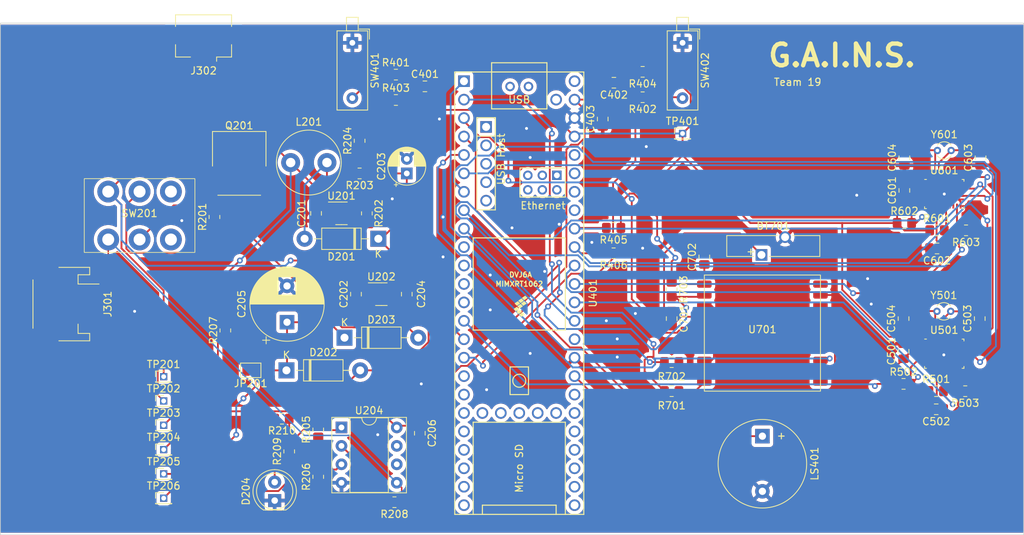
<source format=kicad_pcb>
(kicad_pcb (version 20221018) (generator pcbnew)
  (title_block (title "GAINS PCB Layout") (date "2024-03-03") (rev "1") (company "Team 19"))
  (layers (0 "F.Cu" signal) (31 "B.Cu" signal) (34 "B.Paste" user) (35 "F.Paste" user) (36 "B.SilkS" user "B.Silkscreen") (37 "F.SilkS" user "F.Silkscreen") (38 "B.Mask" user) (39 "F.Mask" user) (44 "Edge.Cuts" user))
  (net 0 "")
  (net 1 "Net-(BT701-+)")
  (net 2 "GND")
  (net 3 "Net-(Q201-D)")
  (net 4 "/Connectors/BAT+")
  (net 5 "Net-(D201-K)")
  (net 6 "/Connectors/VUSB")
  (net 7 "Net-(D202-K)")
  (net 8 "/Power/+5V")
  (net 9 "/Teensy/CAL")
  (net 10 "/Teensy/UPLOAD")
  (net 11 "/GPS/+3V3")
  (net 12 "Net-(U501-CAP)")
  (net 13 "Net-(U501-XOUT32)")
  (net 14 "Net-(U501-XIN32)")
  (net 15 "Net-(U601-CAP)")
  (net 16 "Net-(U601-XOUT32)")
  (net 17 "Net-(U601-XIN32)")
  (net 18 "Net-(D201-A)")
  (net 19 "Net-(D203-A)")
  (net 20 "Net-(D204-A)")
  (net 21 "/Connectors/BAT-")
  (net 25 "/Teensy/SPKR")
  (net 26 "Net-(Q201-G)")
  (net 27 "Net-(Q201-S)")
  (net 28 "Net-(U201-SHDN)")
  (net 29 "Net-(U201-FB)")
  (net 30 "Net-(R209-Pad2)")
  (net 31 "Net-(R401-Pad1)")
  (net 32 "Net-(R402-Pad1)")
  (net 33 "/IMU0/SCL")
  (net 34 "/IMU0/SDA")
  (net 35 "/IMU0/NRESET")
  (net 36 "/IMU0/BOOT_LOAD")
  (net 37 "/IMU0/INT")
  (net 38 "/IMU1/NRESET")
  (net 39 "/IMU1/BOOT_LOAD")
  (net 40 "/IMU1/INT")
  (net 41 "/GPS/RX")
  (net 42 "/GPS/TX")
  (net 43 "/GPS/NRESET")
  (net 48 "/GPS/3DFIX")
  (net 49 "/GPS/1PPS")
  (net 50 "/IMU1/ADDR")
  (net 51 "/IMU0/ADDR")
  (net 90 "Net-(U701-RX)")
  (net 91 "Net-(U701-TX)")
  (net 99 "Net-(U204A-+)")
  (net 100 "Net-(U204A--)")
  (net 101 "Net-(U204B--)")
  (footprint "Resistor_SMD:R_0805_2012Metric_Pad1.20x1.40mm_HandSolder" (layer "F.Cu") (at 127 69.08)
    (fp_text reference "R401")
    (fp_text value "1k")
  )
  (footprint "Package_LGA:LGA-28_5.2x3.8mm_P0.5mm" (layer "F.Cu") (at 202.5625 85.5375)
    (fp_text reference "U601")
    (fp_text value "BNO055")
  )
  (footprint "Capacitor_SMD:C_0805_2012Metric_Pad1.18x1.45mm_HandSolder" (layer "F.Cu") (at 207.5625 80.5375 90)
    (fp_text reference "C603")
    (fp_text value "22p")
  )
  (footprint "Resistor_SMD:R_0805_2012Metric_Pad1.20x1.40mm_HandSolder" (layer "F.Cu") (at 122 82.7 180)
    (fp_text reference "R203")
    (fp_text value "95.3k")
  )
  (footprint "Resistor_SMD:R_0805_2012Metric_Pad1.20x1.40mm_HandSolder" (layer "F.Cu") (at 116.3 124.5 90)
    (fp_text reference "R206")
    (fp_text value "160k")
  )
  (footprint "Capacitor_SMD:C_0805_2012Metric_Pad1.18x1.45mm_HandSolder" (layer "F.Cu") (at 121.5 99.332323 90)
    (fp_text reference "C202")
    (fp_text value "1u")
  )
  (footprint "Capacitor_SMD:C_0805_2012Metric_Pad1.18x1.45mm_HandSolder" (layer "F.Cu") (at 130.3 118.5 -90)
    (fp_text reference "C206")
    (fp_text value "0.1u")
  )
  (footprint "Diode_THT:D_DO-41_SOD81_P10.16mm_Horizontal" (layer "F.Cu") (at 111.92 109.832323)
    (fp_text reference "D202")
    (fp_text value "D_Schottky")
  )
  (footprint "Capacitor_SMD:C_0805_2012Metric_Pad1.18x1.45mm_HandSolder" (layer "F.Cu") (at 201.45 115.2 180)
    (fp_text reference "C502")
    (fp_text value "0.1u")
  )
  (footprint "Resistor_SMD:R_0805_2012Metric_Pad1.20x1.40mm_HandSolder" (layer "F.Cu") (at 165 108.7 180)
    (fp_text reference "R702")
    (fp_text value "470")
  )
  (footprint "Connector_JST:JST_PH_S3B-PH-SM4-TB_1x03-1MP_P2.00mm_Horizontal" (layer "F.Cu") (at 81.5 100.7 -90)
    (fp_text reference "J301")
    (fp_text value "Conn_01x02")
  )
  (footprint "Resistor_SMD:R_0805_2012Metric_Pad1.20x1.40mm_HandSolder" (layer "F.Cu") (at 103.5 104.332323 90)
    (fp_text reference "R207")
    (fp_text value "10k")
  )
  (footprint "Package_TO_SOT_SMD:SOT-23-5" (layer "F.Cu") (at 125 99.332323)
    (fp_text reference "U202")
    (fp_text value "MCP73811T")
  )
  (footprint "Resistor_SMD:R_0805_2012Metric_Pad1.20x1.40mm_HandSolder" (layer "F.Cu") (at 161 68.7 180)
    (fp_text reference "R404")
    (fp_text value "10k")
  )
  (footprint "GAINS_FOOTPRINTS:PA1616S" (layer "F.Cu") (at 177.5 104.7)
    (fp_text reference "U701")
    (fp_text value "PA1616S")
  )
  (footprint "LED_THT:LED_D5.0mm" (layer "F.Cu") (at 110.3 127.775 90)
    (fp_text reference "D204")
    (fp_text value "LED")
  )
  (footprint "Resistor_SMD:R_0805_2012Metric_Pad1.20x1.40mm_HandSolder" (layer "F.Cu") (at 165 98.7 -90)
    (fp_text reference "R703")
    (fp_text value "10k")
  )
  (footprint "Diode_THT:D_DO-41_SOD81_P10.16mm_Horizontal" (layer "F.Cu") (at 119.92 105.332323)
    (fp_text reference "D203")
    (fp_text value "D_Schottky")
  )
  (footprint "Package_TO_SOT_SMD:TSOT-23-5" (layer "F.Cu") (at 119.5 88.2)
    (fp_text reference "U201")
    (fp_text value "LTC3426")
  )
  (footprint "Resistor_SMD:R_0805_2012Metric_Pad1.20x1.40mm_HandSolder" (layer "F.Cu") (at 196.95 111.7)
    (fp_text reference "R502")
    (fp_text value "10k")
  )
  (footprint "Capacitor_SMD:C_0805_2012Metric_Pad1.18x1.45mm_HandSolder" (layer "F.Cu") (at 197.0625 85.0375 90)
    (fp_text reference "C601")
    (fp_text value "0.1u")
  )
  (footprint "Jumper:SolderJumper-2_P1.3mm_Open_Pad1.0x1.5mm" (layer "F.Cu") (at 107 109.832323 180)
    (fp_text reference "JP201")
    (fp_text value "Jumper_2_Bridged")
  )
  (footprint "Package_DIP:DIP-8_W7.62mm_Socket" (layer "F.Cu") (at 119.5 117.7)
    (fp_text reference "U204")
    (fp_text value "MCP602")
  )
  (footprint "Transistor_Power:GaN_Systems_GaNPX-4_7x8.4mm" (layer "F.Cu") (at 105.4125 81.3125)
    (fp_text reference "Q201")
    (fp_text value "PMOS")
  )
  (footprint "Connector_PinHeader_1.27mm:PinHeader_1x01_P1.27mm_Vertical" (layer "F.Cu") (at 95 124.1)
    (fp_text reference "TP205")
    (fp_text value "TestPoint")
  )
  (footprint "Capacitor_SMD:C_0805_2012Metric_Pad1.18x1.45mm_HandSolder" (layer "F.Cu") (at 196.95 107.2 90)
    (fp_text reference "C501")
    (fp_text value "0.1u")
  )
  (footprint "Crystal:Crystal_DS26_D2.0mm_L6.0mm_Vertical" (layer "F.Cu") (at 201.6125 79.5375)
    (fp_text reference "Y601")
    (fp_text value "Crystal")
  )
  (footprint "Capacitor_SMD:C_0805_2012Metric_Pad1.18x1.45mm_HandSolder" (layer "F.Cu") (at 157.0375 70.2 180)
    (fp_text reference "C402")
    (fp_text value "0.1u")
  )
  (footprint "Resistor_SMD:R_0805_2012Metric_Pad1.20x1.40mm_HandSolder" (layer "F.Cu") (at 127 72.58)
    (fp_text reference "R403")
    (fp_text value "10k")
  )
  (footprint "Connector_PinHeader_1.27mm:PinHeader_1x01_P1.27mm_Vertical" (layer "F.Cu") (at 95 117.4)
    (fp_text reference "TP203")
    (fp_text value "TestPoint")
  )
  (footprint "Resistor_SMD:R_0805_2012Metric_Pad1.20x1.40mm_HandSolder" (layer "F.Cu") (at 201.45 112.7)
    (fp_text reference "R501")
    (fp_text value "10k")
  )
  (footprint "Resistor_SMD:R_0805_2012Metric_Pad1.20x1.40mm_HandSolder" (layer "F.Cu") (at 205.5625 90.5375 180)
    (fp_text reference "R603")
    (fp_text value "10k")
  )
  (footprint "Connector_PinHeader_1.27mm:PinHeader_1x01_P1.27mm_Vertical" (layer "F.Cu") (at 95 114.05)
    (fp_text reference "TP202")
    (fp_text value "TestPoint")
  )
  (footprint "Capacitor_SMD:C_0805_2012Metric_Pad1.18x1.45mm_HandSolder" (layer "F.Cu") (at 196.95 102.7 90)
    (fp_text reference "C504")
    (fp_text value "22p")
  )
  (footprint "GAINS_FOOTPRINTS:Teensy41" (layer "F.Cu") (at 144 99.2 -90)
    (fp_text reference "U401")
    (fp_text value "Teensy_4.1")
  )
  (footprint "Capacitor_SMD:C_0805_2012Metric_Pad1.18x1.45mm_HandSolder" (layer "F.Cu") (at 169.5 94.2 90)
    (fp_text reference "C702")
    (fp_text value "0.1u")
  )
  (footprint "Capacitor_THT:CP_Radial_D10.0mm_P5.00mm" (layer "F.Cu") (at 112 103.2 90)
    (fp_text reference "C205")
    (fp_text value "100u")
  )
  (footprint "Crystal:Crystal_DS26_D2.0mm_L6.0mm_Vertical" (layer "F.Cu") (at 201.55 101.7)
    (fp_text reference "Y501")
    (fp_text value "Crystal")
  )
  (footprint "Capacitor_SMD:C_0805_2012Metric_Pad1.18x1.45mm_HandSolder" (layer "F.Cu") (at 128.5 99.332323 90)
    (fp_text reference "C204")
    (fp_text value "1u")
  )
  (footprint "Resistor_SMD:R_0805_2012Metric_Pad1.20x1.40mm_HandSolder" (layer "F.Cu") (at 201.5625 90.5375)
    (fp_text reference "R601")
    (fp_text value "10k")
  )
  (footprint "Capacitor_THT:CP_Radial_D5.0mm_P2.00mm" (layer "F.Cu") (at 128.5 82.7 90)
    (fp_text reference "C203")
    (fp_text value "22u")
  )
  (footprint "Package_LGA:LGA-28_5.2x3.8mm_P0.5mm" (layer "F.Cu") (at 202.5625 107.5375)
    (fp_text reference "U501")
    (fp_text value "BNO055")
  )
  (footprint "Connector_PinHeader_1.27mm:PinHeader_1x01_P1.27mm_Vertical" (layer "F.Cu") (at 166.5 77.2)
    (fp_text reference "TP401")
    (fp_text value "TestPoint")
  )
  (footprint "Buzzer_Beeper:Buzzer_12x9.5RM7.6" (layer "F.Cu") (at 177.5 118.9 -90)
    (fp_text reference "LS401")
    (fp_text value "Speaker")
  )
  (footprint "Capacitor_SMD:C_0805_2012Metric_Pad1.18x1.45mm_HandSolder" (layer "F.Cu") (at 201.5625 93.0375 180)
    (fp_text reference "C602")
    (fp_text value "0.1u")
  )
  (footprint "Resistor_SMD:R_0805_2012Metric_Pad1.20x1.40mm_HandSolder" (layer "F.Cu") (at 123 88.2 -90)
    (fp_text reference "R202")
    (fp_text value "1M")
  )
  (footprint "Connector_USB:USB_Micro-B_Amphenol_10104110_Horizontal" (layer "F.Cu") (at 100.5 65 180)
    (fp_text reference "J302")
    (fp_text value "USB_B_Micro")
  )
  (footprint "Capacitor_SMD:C_0805_2012Metric_Pad1.18x1.45mm_HandSolder" (layer "F.Cu") (at 207.45 102.7 90)
    (fp_text reference "C503")
    (fp_text value "22p")
  )
  (footprint "Inductor_THT:L_Radial_D8.7mm_P5.00mm_Fastron_07HCP" (layer "F.Cu") (at 112.5 81.2)
    (fp_text reference "L201")
    (fp_text value "2.2u")
  )
  (footprint "Capacitor_SMD:C_0805_2012Metric_Pad1.18x1.45mm_HandSolder" (layer "F.Cu") (at 116 88.2 -90)
    (fp_text reference "C201")
    (fp_text value "10u")
  )
  (footprint "Connector_PinHeader_1.27mm:PinHeader_1x01_P1.27mm_Vertical" (layer "F.Cu") (at 95 127.45)
    (fp_text reference "TP206")
    (fp_text value "TestPoint")
  )
  (footprint "Resistor_SMD:R_0805_2012Metric_Pad1.20x1.40mm_HandSolder" (layer "F.Cu") (at 161 72.2 180)
    (fp_text reference "R402")
    (fp_text value "1k")
  )
  (footprint "Diode_THT:D_DO-41_SOD81_P10.16mm_Horizontal" (layer "F.Cu") (at 124.58 91.7 180)
    (fp_text reference "D201")
    (fp_text value "D_Schottky")
  )
  (footprint "Resistor_SMD:R_0805_2012Metric_Pad1.20x1.40mm_HandSolder" (layer "F.Cu") (at 111.3 116.5 180)
    (fp_text reference "R210")
    (fp_text value "250")
  )
  (footprint "GAINS_FOOTPRINTS:Power Switch" (layer "F.Cu") (at 92 89.2)
    (fp_text reference "SW201")
    (fp_text value "Power Switch")
  )
  (footprint "Button_Switch_THT:SW_DIP_SPSTx01_Piano_10.8x4.1mm_W7.62mm_P2.54mm" (layer "F.Cu") (at 166.5 64.7 -90)
    (fp_text reference "SW402")
    (fp_text value "Upload")
  )
  (footprint "Capacitor_SMD:C_0805_2012Metric_Pad1.18x1.45mm_HandSolder" (layer "F.Cu") (at 165 102.7 -90)
    (fp_text reference "C701")
    (fp_text value "0.1u")
  )
  (footprint "Resistor_SMD:R_0805_2012Metric_Pad1.20x1.40mm_HandSolder" (layer "F.Cu") (at 122 78.2 90)
    (fp_text reference "R204")
    (fp_text value "30.9k")
  )
  (footprint "Battery:Battery_Panasonic_CR1220-VCN_Vertical_CircularHoles" (layer "F.Cu") (at 177.375 93.925)
    (fp_text reference "BT701")
    (fp_text value "CR1225")
  )
  (footprint "Connector_PinHeader_1.27mm:PinHeader_1x01_P1.27mm_Vertical" (layer "F.Cu") (at 95 110.7)
    (fp_text reference "TP201")
    (fp_text value "TestPoint")
  )
  (footprint "Resistor_SMD:R_0805_2012Metric_Pad1.20x1.40mm_HandSolder" (layer "F.Cu") (at 116.3 118 90)
    (fp_text reference "R205")
    (fp_text value "68k")
  )
  (footprint "Resistor_SMD:R_0805_2012Metric_Pad1.20x1.40mm_HandSolder" (layer "F.Cu") (at 112.3 121 90)
    (fp_text reference "R209")
    (fp_text value "780k")
  )
  (footprint "Resistor_SMD:R_0805_2012Metric_Pad1.20x1.40mm_HandSolder" (layer "F.Cu") (at 157 90.2 180)
    (fp_text reference "R405")
    (fp_text value "4.7k")
  )
  (footprint "Capacitor_SMD:C_0805_2012Metric_Pad1.18x1.45mm_HandSolder" (layer "F.Cu") (at 197.0625 80.5375 90)
    (fp_text reference "C604")
    (fp_text value "22p")
  )
  (footprint "Resistor_SMD:R_0805_2012Metric_Pad1.20x1.40mm_HandSolder" (layer "F.Cu") (at 205.45 112.7 180)
    (fp_text reference "R503")
    (fp_text value "10k")
  )
  (footprint "Button_Switch_THT:SW_DIP_SPSTx01_Piano_10.8x4.1mm_W7.62mm_P2.54mm" (layer "F.Cu") (at 121 64.7 -90)
    (fp_text reference "SW401")
    (fp_text value "Calibrate")
  )
  (footprint "Capacitor_SMD:C_0805_2012Metric_Pad1.18x1.45mm_HandSolder" (layer "F.Cu") (at 155.5 75.2 90)
    (fp_text reference "C403")
    (fp_text value "0.1u")
  )
  (footprint "Capacitor_SMD:C_0805_2012Metric_Pad1.18x1.45mm_HandSolder" (layer "F.Cu") (at 131 70.7)
    (fp_text reference "C401")
    (fp_text value "0.1u")
  )
  (footprint "Resistor_SMD:R_0805_2012Metric_Pad1.20x1.40mm_HandSolder" (layer "F.Cu") (at 102 88.7 90)
    (fp_text reference "R201")
    (fp_text value "10k")
  )
  (footprint "Resistor_SMD:R_0805_2012Metric_Pad1.20x1.40mm_HandSolder" (layer "F.Cu") (at 197.0625 89.5375)
    (fp_text reference "R602")
    (fp_text value "10k")
  )
  (footprint "Resistor_SMD:R_0805_2012Metric_Pad1.20x1.40mm_HandSolder" (layer "F.Cu") (at 157 93.7 180)
    (fp_text reference "R406")
    (fp_text value "4.7k")
  )
  (footprint "Connector_PinHeader_1.27mm:PinHeader_1x01_P1.27mm_Vertical" (layer "F.Cu") (at 95 120.75)
    (fp_text reference "TP204")
    (fp_text value "TestPoint")
  )
  (footprint "Resistor_SMD:R_0805_2012Metric_Pad1.20x1.40mm_HandSolder" (layer "F.Cu") (at 126.8 128 180)
    (fp_text reference "R208")
    (fp_text value "27k")
  )
  (footprint "Resistor_SMD:R_0805_2012Metric_Pad1.20x1.40mm_HandSolder" (layer "F.Cu") (at 165 112.7)
    (fp_text reference "R701")
    (fp_text value "470")
  )
  (gr_rect (start 72.5 62) (end 213.5 132.5) (stroke (width 0.1)) (fill none) (layer "Edge.Cuts"))
  (gr_text "G.A.I.N.S." (at 178 68.2) (layer "F.SilkS") (effects (font (size 3 3) (thickness 0.6) bold) (justify left bottom)))
  (gr_text "Team 19" (at 179 70.7) (layer "F.SilkS") (effects (font (size 1 1)) (justify left bottom)))
  (segment (start 174.4 90.95) (end 166.75 90.95) (width 0.25) (layer "F.Cu") (net 1))
  (segment (start 163.95 102.6875) (end 165 103.7375) (width 0.25) (layer "F.Cu") (net 1))
  (segment (start 165 103.7375) (end 166.2875 102.45) (width 0.25) (layer "F.Cu") (net 1))
  (segment (start 166.75 90.95) (end 163.95 93.75) (width 0.25) (layer "F.Cu") (net 1))
  (segment (start 166.2875 102.45) (end 169.5 102.45) (width 0.25) (layer "F.Cu") (net 1))
  (segment (start 177.375 93.925) (end 174.4 90.95) (width 0.25) (layer "F.Cu") (net 1))
  (segment (start 163.95 93.75) (end 163.95 102.6875) (width 0.25) (layer "F.Cu") (net 1))
  (segment (start 204.95 85.2875) (end 202.8125 85.2875) (width 0.25) (layer "F.Cu") (net 2))
  (segment (start 197.575 106.7875) (end 196.95 106.1625) (width 0.25) (layer "F.Cu") (net 2))
  (segment (start 201.9125 108.2875) (end 202.5 107.7) (width 0.25) (layer "F.Cu") (net 2))
  (segment (start 203.0875 108.2875) (end 202.5 107.7) (width 0.25) (layer "F.Cu") (net 2))
  (segment (start 200.175 108.2875) (end 201.5 108.2875) (width 0.25) (layer "F.Cu") (net 2))
  (segment (start 204.5145 86.2875) (end 203.5 86.2875) (width 0.25) (layer "F.Cu") (net 2))
  (segment (start 202.3125 85.7875) (end 202.5625 85.5375) (width 0.25) (layer "F.Cu") (net 2))
  (segment (start 202.3125 105.875) (end 202.3125 107.5125) (width 0.25) (layer "F.Cu") (net 2))
  (segment (start 169.5 100.95) (end 170.5 100.95) (width 0.25) (layer "F.Cu") (net 2))
  (segment (start 200.3125 87.2) (end 200.3125 86.5855) (width 0.25) (layer "F.Cu") (net 2))
  (segment (start 200.175 86.2875) (end 201.8125 86.2875) (width 0.25) (layer "F.Cu") (net 2))
  (segment (start 202.9125 107.2875) (end 202.5 107.7) (width 0.25) (layer "F.Cu") (net 2))
  (segment (start 204.5145 108.2875) (end 204 108.2875) (width 0.25) (layer "F.Cu") (net 2))
  (segment (start 203.5 86.2875) (end 203.3125 86.2875) (width 0.25) (layer "F.Cu") (net 2))
  (segment (start 186.5 109.95) (end 185.5 109.95) (width 0.25) (layer "F.Cu") (net 2))
  (segment (start 200.3125 108.5855) (end 200.6105 108.2875) (width 0.25) (layer "F.Cu") (net 2))
  (segment (start 201.5 108.2875) (end 201.9125 108.2875) (width 0.25) (layer "F.Cu") (net 2))
  (segment (start 202.3125 83.875) (end 202.3125 85.2875) (width 0.25) (layer "F.Cu") (net 2))
  (segment (start 203.3125 86.2875) (end 202.5625 85.5375) (width 0.25) (layer "F.Cu") (net 2))
  (segment (start 170.5 108.45) (end 169.5 108.45) (width 0.25) (layer "F.Cu") (net 2))
  (segment (start 122.5375 99.332323) (end 121.5 98.294823) (width 0.25) (layer "F.Cu") (net 2))
  (segment (start 204 108.2875) (end 203.0875 108.2875) (width 0.25) (layer "F.Cu") (net 2))
  (segment (start 204.8125 108.5855) (end 204.5145 108.2875) (width 0.25) (layer "F.Cu") (net 2))
  (segment (start 200.3125 109.2) (end 200.3125 108.5855) (width 0.25) (layer "F.Cu") (net 2))
  (segment (start 202.3125 109.2) (end 202.3125 107.8875) (width 0.25) (layer "F.Cu") (net 2))
  (segment (start 187.25 99.45) (end 187.5 99.7) (width 0.25) (layer "F.Cu") (net 2))
  (segment (start 187.5 99.7) (end 187.5 108.95) (width 0.25) (layer "F.Cu") (net 2))
  (segment (start 200.175 106.7875) (end 197.575 106.7875) (width 0.25) (layer "F.Cu") (net 2))
  (segment (start 187.5 108.95) (end 186.5 109.95) (width 0.25) (layer "F.Cu") (net 2))
  (segment (start 204.8125 87.2) (end 204.8125 86.5855) (width 0.25) (layer "F.Cu") (net 2))
  (segment (start 202.8125 85.2875) (end 202.5625 85.5375) (width 0.25) (layer "F.Cu") (net 2))
  (segment (start 170.825 101.275) (end 170.825 108.125) (width 0.25) (layer "F.Cu") (net 2))
  (segment (start 200.6105 108.2875) (end 201.5 108.2875) (width 0.25) (layer "F.Cu") (net 2))
  (segment (start 204.95 108.2875) (end 204 108.2875) (width 0.25) (layer "F.Cu") (net 2))
  (segment (start 202.3125 107.8875) (end 202.5 107.7) (width 0.25) (layer "F.Cu") (net 2))
  (segment (start 197.85 84.7875) (end 197.0625 84) (width 0.25) (layer "F.Cu") (net 2))
  (segment (start 200.3125 86.5855) (end 200.6105 86.2875) (width 0.25) (layer "F.Cu") (net 2))
  (segment (start 201.8125 86.2875) (end 202.5625 85.5375) (width 0.25) (layer "F.Cu") (net 2))
  (segment (start 202.3125 107.5125) (end 202.5 107.7) (width 0.25) (layer "F.Cu") (net 2))
  (segment (start 204.8125 86.5855) (end 204.5145 86.2875) (width 0.25) (layer "F.Cu") (net 2))
  (segment (start 200.6105 86.2875) (end 201.8125 86.2875) (width 0.25) (layer "F.Cu") (net 2))
  (segment (start 170.5 100.95) (end 170.825 101.275) (width 0.25) (layer "F.Cu") (net 2))
  (segment (start 204.8125 109.2) (end 204.8125 108.5855) (width 0.25) (layer "F.Cu") (net 2))
  (segment (start 170.825 108.125) (end 170.5 108.45) (width 0.25) (layer "F.Cu") (net 2))
  (segment (start 200.175 84.7875) (end 197.85 84.7875) (width 0.25) (layer "F.Cu") (net 2))
  (segment (start 202.3125 85.2875) (end 202.5625 85.5375) (width 0.25) (layer "F.Cu") (net 2))
  (segment (start 204.95 86.2875) (end 203.5 86.2875) (width 0.25) (layer "F.Cu") (net 2))
  (segment (start 202.3125 87.2) (end 202.3125 85.7875) (width 0.25) (layer "F.Cu") (net 2))
  (segment (start 185.5 99.45) (end 187.25 99.45) (width 0.25) (layer "F.Cu") (net 2))
  (segment (start 204.95 107.2875) (end 202.9125 107.2875) (width 0.25) (layer "F.Cu") (net 2))
  (segment (start 123.8625 99.332323) (end 122.5375 99.332323) (width 0.25) (layer "F.Cu") (net 2))
  (via (at 97.5 89.2) (size 0.8) (drill 0.4) (layers "F.Cu" "B.Cu") (net 2))
  (via (at 161.5 79) (size 0.8) (drill 0.4) (layers "F.Cu" "B.Cu") (net 2))
  (via (at 161 93) (size 0.8) (drill 0.4) (layers "F.Cu" "B.Cu") (net 2))
  (via (at 154 92.2) (size 0.8) (drill 0.4) (layers "F.Cu" "B.Cu") (net 2))
  (via (at 126.5 86.2) (size 0.8) (drill 0.4) (layers "F.Cu" "B.Cu") (net 2))
  (via (at 133 75.2) (size 0.8) (drill 0.4) (layers "F.Cu" "B.Cu") (net 2))
  (via (at 202.5625 85.5375) (size 0.8) (drill 0.4) (layers "F.Cu" "B.Cu") (net 2))
  (via (at 145 76.5) (size 0.8) (drill 0.4) (layers "F.Cu" "B.Cu") (net 2))
  (via (at 149.5 89.7) (size 0.8) (drill 0.4) (layers "F.Cu" "B.Cu") (net 2))
  (via (at 139.5 112.5) (size 0.8) (drill 0.4) (layers "F.Cu" "B.Cu") (net 2))
  (via (at 202.5 107.7) (size 0.8) (drill 0.4) (layers "F.Cu" "B.Cu") (net 2))
  (via (at 156 103) (size 0.8) (drill 0.4) (layers "F.Cu" "B.Cu") (net 2))
  (via (at 157.5 105.5) (size 0.8) (drill 0.4) (layers "F.Cu" "B.Cu") (net 2))
  (via (at 192.5 100.7) (size 0.8) (drill 0.4) (layers "F.Cu" "B.Cu") (net 2))
  (via (at 133.5 94.2) (size 0.8) (drill 0.4) (layers "F.Cu" "B.Cu") (net 2))
  (via (at 130.5 111.7) (size 0.8) (drill 0.4) (layers "F.Cu" "B.Cu") (net 2))
  (via (at 145.5 107.5) (size 0.8) (drill 0.4) (layers "F.Cu" "B.Cu") (net 2))
  (via (at 147.5 96.2) (size 0.8) (drill 0.4) (layers "F.Cu" "B.Cu") (net 2))
  (via (at 140 101.5) (size 0.8) (drill 0.4) (layers "F.Cu" "B.Cu") (net 2))
  (via (at 157.5 108) (size 0.8) (drill 0.4) (layers "F.Cu" "B.Cu") (net 2))
  (via (at 91 101.7) (size 0.8) (drill 0.4) (layers "F.Cu" "B.Cu") (net 2))
  (via (at 140 96.7) (size 0.8) (drill 0.4) (layers "F.Cu" "B.Cu") (net 2))
  (via (at 160 102) (size 0.8) (drill 0.4) (layers "F.Cu" "B.Cu") (net 2))
  (via (at 133.5 88.7) (size 0.8) (drill 0.4) (layers "F.Cu" "B.Cu") (net 2))
  (via (at 143 90.2) (size 0.8) (drill 0.4) (layers "F.Cu" "B.Cu") (net 2))
  (via (at 192 97.2) (size 0.8) (drill 0.4) (layers "F.Cu" "B.Cu") (net 2))
  (via (at 124.5 118.7) (size 0.8) (drill 0.4) (layers "F.Cu" "B.Cu") (net 2))
  (via (at 145.5 80.5) (size 0.8) (drill 0.4) (layers "F.Cu" "B.Cu") (net 2))
  (via (at 190.5 85.7) (size 0.8) (drill 0.4) (layers "F.Cu" "B.Cu") (net 2))
  (segment (start 95 117.4) (end 102.475 109.925) (width 0.25) (layer "F.Cu") (net 3))
  (segment (start 117.999092 90.125) (end 123.6951 90.125) (width 0.25) (layer "F.Cu") (net 3))
  (segment (start 108.9825 77.6825) (end 105.4125 77.6825) (width 0.25) (layer "F.Cu") (net 3))
  (segment (start 117.375 88.5375) (end 117.375 89.500908) (width 0.25) (layer "F.Cu") (net 3))
  (segment (start 102.475 97.725) (end 105.5 94.7) (width 0.25) (layer "F.Cu") (net 3))
  (segment (start 116 84.7) (end 116 87.1625) (width 0.25) (layer "F.Cu") (net 3))
  (segment (start 116 87.1625) (end 117.375 88.5375) (width 0.25) (layer "F.Cu") (net 3))
  (segment (start 112.5 81.2) (end 116 84.7) (width 0.25) (layer "F.Cu") (net 3))
  (segment (start 123.6951 90.125) (end 124.025 89.7951) (width 0.25) (layer "F.Cu") (net 3))
  (segment (start 102.475 109.925) (end 102.475 97.725) (width 0.25) (layer "F.Cu") (net 3))
  (segment (start 117.375 89.500908) (end 117.999092 90.125) (width 0.25) (layer "F.Cu") (net 3))
  (segment (start 112.5 81.2) (end 108.9825 77.6825) (width 0.25) (layer "F.Cu") (net 3))
  (segment (start 124.025 88.225) (end 123 87.2) (width 0.25) (layer "F.Cu") (net 3))
  (segment (start 124.025 89.7951) (end 124.025 88.225) (width 0.25) (layer "F.Cu") (net 3))
  (via (at 105.5 94.7) (size 0.8) (drill 0.4) (layers "F.Cu" "B.Cu") (net 3))
  (segment (start 112.5 87.7) (end 112.5 81.2) (width 0.25) (layer "B.Cu") (net 3))
  (segment (start 105.5 94.7) (end 112.5 87.7) (width 0.25) (layer "B.Cu") (net 3))
  (segment (start 123.8625 100.282323) (end 121.5875 100.282323) (width 0.2) (layer "F.Cu") (net 4))
  (segment (start 127.8 128) (end 127.8 126) (width 0.2) (layer "F.Cu") (net 4))
  (segment (start 121.5875 100.282323) (end 121.5 100.369823) (width 0.2) (layer "F.Cu") (net 4))
  (segment (start 87.364 99.436) (end 86.1 100.7) (width 0.2) (layer "F.Cu") (net 4))
  (segment (start 127.8 126) (end 127.12 125.32) (width 0.2) (layer "F.Cu") (net 4))
  (segment (start 94.2 113.25) (end 95 114.05) (width 0.2) (layer "F.Cu") (net 4))
  (segment (start 94.2 108.8) (end 94.2 113.25) (width 0.2) (layer "F.Cu") (net 4))
  (segment (start 86.1 100.7) (end 94.2 108.8) (width 0.2) (layer "F.Cu") (net 4))
  (segment (start 87.364 91.804) (end 87.364 99.436) (width 0.2) (layer "F.Cu") (net 4))
  (segment (start 84.35 100.7) (end 86.1 100.7) (width 0.2) (layer "F.Cu") (net 4))
  (segment (start 114.36 118.8) (end 87.364 91.804) (width 0.2) (layer "B.Cu") (net 4))
  (segment (start 127.12 125.32) (end 120.6 118.8) (width 0.2) (layer "B.Cu") (net 4))
  (segment (start 120.6 118.8) (end 114.36 118.8) (width 0.2) (layer "B.Cu") (net 4))
  (segment (start 122.08 109.832323) (end 127.595255 109.832323) (width 0.25) (layer "F.Cu") (net 5))
  (segment (start 123 82.7) (end 123 84.8875) (width 0.25) (layer "F.Cu") (net 5))
  (segment (start 131.505 105.922578) (end 131.505 98.625) (width 0.25) (layer "F.Cu") (net 5))
  (segment (start 128.5 82.7) (end 123 82.7) (width 0.25) (layer "F.Cu") (net 5))
  (segment (start 124.58 91.7) (end 125 91.7) (width 0.25) (layer "F.Cu") (net 5))
  (segment (start 127.595255 109.832323) (end 131.505 105.922578) (width 0.25) (layer "F.Cu") (net 5))
  (segment (start 100.275 115.475) (end 116.437323 115.475) (width 0.25) (layer "F.Cu") (net 5))
  (segment (start 116.437323 115.475) (end 122.08 109.832323) (width 0.25) (layer "F.Cu") (net 5))
  (segment (start 125 91.7) (end 128.5 88.2) (width 0.25) (layer "F.Cu") (net 5))
  (segment (start 128.5 88.2) (end 128.5 82.7) (width 0.25) (layer "F.Cu") (net 5))
  (segment (start 95 120.75) (end 100.275 115.475) (width 0.25) (layer "F.Cu") (net 5))
  (segment (start 123 84.8875) (end 120.6375 87.25) (width 0.25) (layer "F.Cu") (net 5))
  (segment (start 131.505 98.625) (end 124.58 91.7) (width 0.25) (layer "F.Cu") (net 5))
  (segment (start 95 110.7) (end 95 98.836396) (width 0.25) (layer "F.Cu") (net 6))
  (segment (start 101.8 70.764) (end 87.364 85.2) (width 0.25) (layer "F.Cu") (net 6))
  (segment (start 123.8625 98.382323) (end 126.1375 98.382323) (width 0.25) (layer "F.Cu") (net 6))
  (segment (start 126.1375 100.282323) (end 128.4125 100.282323) (width 0.25) (layer "F.Cu") (net 6))
  (segment (start 95 98.836396) (end 89.189 93.025396) (width 0.25) (layer "F.Cu") (net 6))
  (segment (start 89.189 87.025) (end 87.364 85.2) (width 0.25) (layer "F.Cu") (net 6))
  (segment (start 128.4125 100.282323) (end 128.5 100.369823) (width 0.25) (layer "F.Cu") (net 6))
  (segment (start 89.189 93.025396) (end 89.189 87.025) (width 0.25) (layer "F.Cu") (net 6))
  (segment (start 126.1375 98.382323) (end 126.1375 100.282323) (width 0.25) (layer "F.Cu") (net 6))
  (segment (start 101.8 66.55) (end 101.8 70.764) (width 0.25) (layer "F.Cu") (net 6))
  (segment (start 120.180177 94.7) (end 112.5 94.7) (width 0.25) (layer "F.Cu") (net 6))
  (segment (start 123.8625 98.382323) (end 120.180177 94.7) (width 0.25) (layer "F.Cu") (net 6))
  (via (at 112.5 94.7) (size 0.8) (drill 0.4) (layers "F.Cu" "B.Cu") (net 6))
  (segment (start 89.189 91.89194) (end 89.189 87.025) (width 0.25) (layer "B.Cu") (net 6))
  (segment (start 92.72206 95.425) (end 89.189 91.89194) (width 0.25) (layer "B.Cu") (net 6))
  (segment (start 111.775 95.425) (end 92.72206 95.425) (width 0.25) (layer "B.Cu") (net 6))
  (segment (start 89.189 87.025) (end 87.364 85.2) (width 0.25) (layer "B.Cu") (net 6))
  (segment (start 112.5 94.7) (end 111.775 95.425) (width 0.25) (layer "B.Cu") (net 6))
  (segment (start 112 103.2) (end 112 109.752323) (width 0.25) (layer "F.Cu") (net 7))
  (segment (start 117.787677 103.2) (end 119.92 105.332323) (width 0.25) (layer "F.Cu") (net 7))
  (segment (start 112 109.752323) (end 111.92 109.832323) (width 0.25) (layer "F.Cu") (net 7))
  (segment (start 107.65 112.05) (end 107.65 109.832323) (width 0.25) (layer "F.Cu") (net 7))
  (segment (start 106 113.7) (end 107.65 112.05) (width 0.25) (layer "F.Cu") (net 7))
  (segment (start 99.6 124.1) (end 105 118.7) (width 0.25) (layer "F.Cu") (net 7))
  (segment (start 95 124.1) (end 99.6 124.1) (width 0.25) (layer "F.Cu") (net 7))
  (segment (start 107.65 108.782323) (end 107.65 109.832323) (width 0.25) (layer "F.Cu") (net 7))
  (segment (start 104.2 105.332323) (end 107.65 108.782323) (width 0.25) (layer "F.Cu") (net 7))
  (segment (start 111.92 109.832323) (end 107.65 109.832323) (width 0.25) (layer "F.Cu") (net 7))
  (segment (start 103.5 105.332323) (end 104.2 105.332323) (width 0.25) (layer "F.Cu") (net 7))
  (segment (start 112 103.2) (end 117.787677 103.2) (width 0.25) (layer "F.Cu") (net 7))
  (via (at 105 118.7) (size 0.8) (drill 0.4) (layers "F.Cu" "B.Cu") (net 7))
  (via (at 106 113.7) (size 0.8) (drill 0.4) (layers "F.Cu" "B.Cu") (net 7))
  (segment (start 105 114.7) (end 106 113.7) (width 0.25) (layer "B.Cu") (net 7))
  (segment (start 105 118.7) (end 105 114.7) (width 0.25) (layer "B.Cu") (net 7))
  (segment (start 151.154009 78.735) (end 152.085991 78.735) (width 0.25) (layer "F.Cu") (net 8))
  (segment (start 130.3 117.4625) (end 130.3 114.9) (width 0.25) (layer "F.Cu") (net 8))
  (segment (start 152.085991 78.735) (end 153 77.820991) (width 0.25) (layer "F.Cu") (net 8))
  (segment (start 127.3575 117.4625) (end 127.12 117.7) (width 0.25) (layer "F.Cu") (net 8))
  (segment (start 150.495 95.565991) (end 150.495 79.394009) (width 0.25) (layer "F.Cu") (net 8))
  (segment (start 130.3 114.9) (end 135.985 109.215) (width 0.25) (layer "F.Cu") (net 8))
  (segment (start 153 73.91) (end 151.62 72.53) (width 0.25) (layer "F.Cu") (net 8))
  (segment (start 130.3 117.4625) (end 127.3575 117.4625) (width 0.25) (layer "F.Cu") (net 8))
  (segment (start 136.845991 109.215) (end 150.495 95.565991) (width 0.25) (layer "F.Cu") (net 8))
  (segment (start 117.4951 115.8049) (end 116.3 117) (width 0.25) (layer "F.Cu") (net 8))
  (segment (start 125.2249 115.8049) (end 117.4951 115.8049) (width 0.25) (layer "F.Cu") (net 8))
  (segment (start 153.8675 72.53) (end 155.5 74.1625) (width 0.25) (layer "F.Cu") (net 8))
  (segment (start 151.62 72.53) (end 153.8675 72.53) (width 0.25) (layer "F.Cu") (net 8))
  (segment (start 153 77.820991) (end 153 73.91) (width 0.25) (layer "F.Cu") (net 8))
  (segment (start 135.985 109.215) (end 136.845991 109.215) (width 0.25) (layer "F.Cu") (net 8))
  (segment (start 150.495 79.394009) (end 151.154009 78.735) (width 0.25) (layer "F.Cu") (net 8))
  (segment (start 127.12 117.7) (end 125.2249 115.8049) (width 0.25) (layer "F.Cu") (net 8))
  (segment (start 128 72.58) (end 131.955 76.535) (width 0.25) (layer "F.Cu") (net 9))
  (segment (start 128 72.58) (end 129.88 70.7) (width 0.25) (layer "F.Cu") (net 9))
  (segment (start 128.3425 69.08) (end 129.9625 70.7) (width 0.25) (layer "F.Cu") (net 9))
  (segment (start 129.88 70.7) (end 129.9625 70.7) (width 0.25) (layer "F.Cu") (net 9))
  (segment (start 131.955 76.535) (end 131.955 101.125) (width 0.25) (layer "F.Cu") (net 9))
  (segment (start 131.955 101.125) (end 136.38 105.55) (width 0.25) (layer "F.Cu") (net 9))
  (segment (start 128 69.08) (end 128.3425 69.08) (width 0.25) (layer "F.Cu") (net 9))
  (segment (start 158.075 70.275) (end 160 72.2) (width 0.25) (layer "F.Cu") (net 10))
  (segment (start 158.075 70.2) (end 158.075 70.275) (width 0.25) (layer "F.Cu") (net 10))
  (segment (start 151.159695 96.515) (end 139 108.674695) (width 0.25) (layer "F.Cu") (net 10))
  (segment (start 160 72.2) (end 160 80.980991) (width 0.25) (layer "F.Cu") (net 10))
  (segment (start 156.925 94.3951) (end 154.8051 96.515) (width 0.25) (layer "F.Cu") (net 10))
  (segment (start 156.925 84.055991) (end 156.925 94.3951) (width 0.25) (layer "F.Cu") (net 10))
  (segment (start 158.075 70.2) (end 158.5 70.2) (width 0.25) (layer "F.Cu") (net 10))
  (segment (start 158.5 70.2) (end 160 68.7) (width 0.25) (layer "F.Cu") (net 10))
  (segment (start 154.8051 96.515) (end 151.159695 96.515) (width 0.25) (layer "F.Cu") (net 10))
  (segment (start 160 80.980991) (end 156.925 84.055991) (width 0.25) (layer "F.Cu") (net 10))
  (segment (start 139 108.674695) (end 139 109.2) (width 0.25) (layer "F.Cu") (net 10))
  (via (at 139 109.2) (size 0.8) (drill 0.4) (layers "F.Cu" "B.Cu") (net 10))
  (segment (start 137.89 108.09) (end 136.38 108.09) (width 0.25) (layer "B.Cu") (net 10))
  (segment (start 139 109.2) (end 137.89 108.09) (width 0.25) (layer "B.Cu") (net 10))
  (segment (start 196.95 108.2375) (end 197.9 107.2875) (width 0.25) (layer "F.Cu") (net 11))
  (segment (start 200.8375 83.9) (end 200.8375 85.2395) (width 0.25) (layer "F.Cu") (net 11))
  (segment (start 127.075 68.3849) (end 127.4049 68.055) (width 0.25) (layer "F.Cu") (net 11))
  (segment (start 130.875 71.1701) (end 133.6499 73.945) (width 0.25) (layer "F.Cu") (net 11))
  (segment (start 133.6499 73.945) (end 147.955 73.945) (width 0.25) (layer "F.Cu") (net 11))
  (segment (start 159.199695 85.475) (end 158 86.674695) (width 0.25) (layer "F.Cu") (net 11))
  (segment (start 196.975 112.725) (end 195.95 111.7) (width 0.25) (layer "F.Cu") (net 11))
  (segment (start 160.512653 86.187347) (end 159.800305 85.475) (width 0.25) (layer "F.Cu") (net 11))
  (segment (start 200.425 112.725) (end 196.975 112.725) (width 0.25) (layer "F.Cu") (net 11))
  (segment (start 127.4049 68.055) (end 128.9501 68.055) (width 0.25) (layer "F.Cu") (net 11))
  (segment (start 167.625 71.854009) (end 167.625 76.075) (width 0.25) (layer "F.Cu") (net 11))
  (segment (start 169.5 97.95) (end 165.25 97.95) (width 0.25) (layer "F.Cu") (net 11))
  (segment (start 200.7895 107.2875) (end 200.175 107.2875) (width 0.25) (layer "F.Cu") (net 11))
  (segment (start 200.8125 105.875) (end 200.8375 105.9) (width 0.25) (layer "F.Cu") (net 11))
  (segment (start 200.45 112.7) (end 200.425 112.725) (width 0.25) (layer "F.Cu") (net 11))
  (segment (start 195.95 111.7) (end 195.95 109.2375) (width 0.25) (layer "F.Cu") (net 11))
  (segment (start 200.8375 107.2395) (end 200.7895 107.2875) (width 0.25) (layer "F.Cu") (net 11))
  (segment (start 165 97.7) (end 165 94.825) (width 0.25) (layer "F.Cu") (net 11))
  (segment (start 200.7645 105.2125) (end 194.987195 105.2125) (width 0.25) (layer "F.Cu") (net 11))
  (segment (start 195.95 109.2375) (end 196.95 108.2375) (width 0.25) (layer "F.Cu") (net 11))
  (segment (start 158 90.2) (end 158 93.7) (width 0.25) (layer "F.Cu") (net 11))
  (segment (start 200.8375 107.2395) (end 200.8375 105.2855) (width 0.25) (layer "F.Cu") (net 11))
  (segment (start 175.8375 89.5375) (end 166.5 80.2) (width 0.25) (layer "F.Cu") (net 11))
  (segment (start 200.7895 85.2875) (end 200.175 85.2875) (width 0.25) (layer "F.Cu") (net 11))
  (segment (start 165 94.825) (end 165.5 94.325) (width 0.25) (layer "F.Cu") (net 11))
  (segment (start 169.5 95.2375) (end 169.5 97.95) (width 0.25) (layer "F.Cu") (net 11))
  (segment (start 193 112) (end 193.3 111.7) (width 0.25) (layer "F.Cu") (net 11))
  (segment (start 197.85 85.2875) (end 200.175 85.2875) (width 0.25) (layer "F.Cu") (net 11))
  (segment (start 165.25 97.95) (end 165 97.7) (width 0.25) (layer "F.Cu") (net 11))
  (segment (start 200.5375 90.5625) (end 197.0875 90.5625) (width 0.25) (layer "F.Cu") (net 11))
  (segment (start 193.3 111.7) (end 195.95 111.7) (width 0.25) (layer "F.Cu") (net 11))
  (segment (start 167.625 76.075) (end 166.5 77.2) (width 0.25) (layer "F.Cu") (net 11))
  (segment (start 163 91.7) (end 163 88.674695) (width 0.25) (layer "F.Cu") (net 11))
  (segment (start 197.0625 86.075) (end 197.85 85.2875) (width 0.25) (layer "F.Cu") (net 11))
  (segment (start 196.0625 89.5375) (end 188.5 89.5375) (width 0.25) (layer "F.Cu") (net 11))
  (segment (start 200.5625 90.5375) (end 200.5375 90.5625) (width 0.25) (layer "F.Cu") (net 11))
  (segment (start 196.95 108.2375) (end 197.948 107.2395) (width 0.25) (layer "F.Cu") (net 11))
  (segment (start 164.470991 68.7) (end 167.625 71.854009) (width 0.25) (layer "F.Cu") (net 11))
  (segment (start 166.5 80.2) (end 160.512653 86.187347) (width 0.25) (layer "F.Cu") (net 11))
  (segment (start 166.5 77.2) (end 166.5 80.2) (width 0.25) (layer "F.Cu") (net 11))
  (segment (start 127.075 71.505) (end 127.075 68.3849) (width 0.25) (layer "F.Cu") (net 11))
  (segment (start 188.5 89.5375) (end 175.8375 89.5375) (width 0.25) (layer "F.Cu") (net 11))
  (segment (start 126 72.58) (end 127.075 71.505) (width 0.25) (layer "F.Cu") (net 11))
  (segment (start 147.955 73.945) (end 151.62 77.61) (width 0.25) (layer "F.Cu") (net 11))
  (segment (start 200.8375 85.2395) (end 200.7895 85.2875) (width 0.25) (layer "F.Cu") (net 11))
  (segment (start 128.9501 68.055) (end 130.875 69.9799) (width 0.25) (layer "F.Cu") (net 11))
  (segment (start 130.875 69.9799) (end 130.875 71.1701) (width 0.25) (layer "F.Cu") (net 11))
  (segment (start 196.0625 87.075) (end 197.0625 86.075) (width 0.25) (layer "F.Cu") (net 11))
  (segment (start 163 88.674695) (end 160.512653 86.187347) (width 0.25) (layer "F.Cu") (net 11))
  (segment (start 197.9 107.2875) (end 200.175 107.2875) (width 0.25) (layer "F.Cu") (net 11))
  (segment (start 159.800305 85.475) (end 159.199695 85.475) (width 0.25) (layer "F.Cu") (net 11))
  (segment (start 162 68.7) (end 164.470991 68.7) (width 0.25) (layer "F.Cu") (net 11))
  (segment (start 158 86.674695) (end 158 90.2) (width 0.25) (layer "F.Cu") (net 11))
  (segment (start 197.948 107.2395) (end 200.8375 107.2395) (width 0.25) (layer "F.Cu") (net 11))
  (segment (start 200.8375 105.2855) (end 200.7645 105.2125) (width 0.25) (layer "F.Cu") (net 11))
  (segment (start 200.8125 83.875) (end 200.8375 83.9) (width 0.25) (layer "F.Cu") (net 11))
  (segment (start 188.5 98.725305) (end 188.5 89.5375) (width 0.25) (layer "F.Cu") (net 11))
  (segment (start 197.0875 90.5625) (end 196.0625 89.5375) (width 0.25) (layer "F.Cu") (net 11))
  (segment (start 194.987195 105.2125) (end 188.5 98.725305) (width 0.25) (layer "F.Cu") (net 11))
  (segment (start 196.0625 89.5375) (end 196.0625 87.075) (width 0.25) (layer "F.Cu") (net 11))
  (segment (start 200.8375 105.9) (end 200.8375 107.2395) (width 0.25) (layer "F.Cu") (net 11))
  (via (at 163 91.7) (size 0.8) (drill 0.4) (layers "F.Cu" "B.Cu") (net 11))
  (via (at 193 112) (size 0.8) (drill 0.4) (layers "F.Cu" "B.Cu") (net 11))
  (via (at 165.5 94.325) (size 0.8) (drill 0.4) (layers "F.Cu" "B.Cu") (net 11))
  (segment (start 136.38 103.01) (end 145.125 111.755) (width 0.25) (layer "B.Cu") (net 11))
  (segment (start 166.5 77.2) (end 152.03 77.2) (width 0.25) (layer "B.Cu") (net 11))
  (segment (start 145.125 111.755) (end 192.755 111.755) (width 0.25) (layer "B.Cu") (net 11))
  (segment (start 152.03 77.2) (end 151.62 77.61) (width 0.25) (layer "B.Cu") (net 11))
  (segment (start 192.755 111.755) (end 193 112) (width 0.25) (layer "B.Cu") (net 11))
  (segment (start 165.5 94.325) (end 165.5 94.2) (width 0.25) (layer "B.Cu") (net 11))
  (segment (start 165.5 94.2) (end 163 91.7) (width 0.25) (layer "B.Cu") (net 11))
  (segment (start 201.8125 110.3875) (end 201.8125 109.2) (width 0.25) (layer "F.Cu") (net 12))
  (segment (start 201.525 114.2375) (end 201.525 110.675) (width 0.25) (layer "F.Cu") (net 12))
  (segment (start 202.4875 115.2) (end 201.525 114.2375) (width 0.25) (layer "F.Cu") (net 12))
  (segment (start 201.525 110.675) (end 201.8125 110.3875) (width 0.25) (layer "F.Cu") (net 12))
  (segment (start 203.45 101.7) (end 201.8125 103.3375) (width 0.25) (layer "F.Cu") (net 13))
  (segment (start 207.4125 101.7) (end 207.45 101.6625) (width 0.25) (layer "F.Cu") (net 13))
  (segment (start 201.8125 103.3375) (end 201.8125 105.875) (width 0.25) (layer "F.Cu") (net 13))
  (segment (start 203.45 101.7) (end 207.4125 101.7) (width 0.25) (layer "F.Cu") (net 13))
  (segment (start 201.55 101.7) (end 201.3125 101.9375) (width 0.25) (layer "F.Cu") (net 14))
  (segment (start 201.5125 101.6625) (end 201.55 101.7) (width 0.25) (layer "F.Cu") (net 14))
  (segment (start 201.3125 101.9375) (end 201.3125 105.875) (width 0.25) (layer "F.Cu") (net 14))
  (segment (start 196.95 101.6625) (end 201.5125 101.6625) (width 0.25) (layer "F.Cu") (net 14))
  (segment (start 201.5 88.127) (end 201.5 91.9375) (width 0.25) (layer "F.Cu") (net 15))
  (segment (start 201.5 91.9375) (end 202.6 93.0375) (width 0.25) (layer "F.Cu") (net 15))
  (segment (start 201.8125 87.2) (end 201.8125 87.8145) (width 0.25) (layer "F.Cu") (net 15))
  (segment (start 201.8125 87.8145) (end 201.5 88.127) (width 0.25) (layer "F.Cu") (net 15))
  (segment (start 203.55 79.5) (end 203.5125 79.5375) (width 0.25) (layer "F.Cu") (net 16))
  (segment (start 203.5125 79.5375) (end 201.8125 81.2375) (width 0.25) (layer "F.Cu") (net 16))
  (segment (start 201.8125 81.2375) (end 201.8125 83.875) (width 0.25) (layer "F.Cu") (net 16))
  (segment (start 207.5625 79.5) (end 203.55 79.5) (width 0.25) (layer "F.Cu") (net 16))
  (segment (start 201.575 79.5) (end 201.6125 79.5375) (width 0.25) (layer "F.Cu") (net 17))
  (segment (start 201.3125 79.8375) (end 201.3125 83.875) (width 0.25) (layer "F.Cu") (net 17))
  (segment (start 201.6125 79.5375) (end 201.3125 79.8375) (width 0.25) (layer "F.Cu") (net 17))
  (segment (start 197.0625 79.5) (end 201.575 79.5) (width 0.25) (layer "F.Cu") (net 17))
  (segment (start 117.5 86.3875) (end 118.3625 87.25) (width 0.25) (layer "F.Cu") (net 18))
  (segment (start 117.5 81.2) (end 117.5 86.3875) (width 0.25) (layer "F.Cu") (net 18))
  (segment (start 114.42 84.28) (end 117.5 81.2) (width 0.25) (layer "B.Cu") (net 18))
  (segment (start 114.42 91.7) (end 114.42 84.28) (width 0.25) (layer "B.Cu") (net 18))
  (segment (start 98.071 93.629) (end 102 89.7) (width 0.25) (layer "F.Cu") (net 19))
  (segment (start 119.581156 103.907323) (end 128.655 103.907323) (width 0.25) (layer "F.Cu") (net 19))
  (segment (start 90.429 93.629) (end 98.071 93.629) (width 0.25) (layer "F.Cu") (net 19))
  (segment (start 128.655 103.907323) (end 130.08 105.332323) (width 0.25) (layer "F.Cu") (net 19))
  (segment (start 102 89.7) (end 105.373833 89.7) (width 0.25) (layer "F.Cu") (net 19))
  (segment (start 89.857 93.057) (end 90.429 93.629) (width 0.25) (layer "F.Cu") (net 19))
  (segment (start 105.373833 89.7) (end 119.581156 103.907323) (width 0.25) (layer "F.Cu") (net 19))
  (segment (start 91.682 85.2) (end 89.857 87.025) (width 0.25) (layer "F.Cu") (net 19))
  (segment (start 89.857 87.025) (end 89.857 93.057) (width 0.25) (layer "F.Cu") (net 19))
  (segment (start 110.3 125.235) (end 110.3 116.5) (width 0.25) (layer "F.Cu") (net 20))
  (segment (start 159.89 118.9) (end 151.62 110.63) (width 0.25) (layer "F.Cu") (net 25))
  (segment (start 177.5 118.9) (end 159.89 118.9) (width 0.25) (layer "F.Cu") (net 25))
  (segment (start 100.3201 87.1049) (end 102.4825 84.9425) (width 0.25) (layer "F.Cu") (net 27))
  (segment (start 96.3811 87.1049) (end 100.3201 87.1049) (width 0.25) (layer "F.Cu") (net 27))
  (segment (start 91.682 91.804) (end 96.3811 87.1049) (width 0.25) (layer "F.Cu") (net 27))
  (segment (start 123 89.2) (end 120.6875 89.2) (width 0.25) (layer "F.Cu") (net 28))
  (segment (start 120.6875 89.2) (end 120.6375 89.15) (width 0.25) (layer "F.Cu") (net 28))
  (segment (start 122 81.7) (end 121 82.7) (width 0.25) (layer "F.Cu") (net 29))
  (segment (start 119.024999 89.15) (end 119.65 88.524999) (width 0.25) (layer "F.Cu") (net 29))
  (segment (start 122 79.2) (end 122 81.7) (width 0.25) (layer "F.Cu") (net 29))
  (segment (start 119.65 84.05) (end 121 82.7) (width 0.25) (layer "F.Cu") (net 29))
  (segment (start 118.3625 89.15) (end 119.024999 89.15) (width 0.25) (layer "F.Cu") (net 29))
  (segment (start 119.65 88.524999) (end 119.65 84.05) (width 0.25) (layer "F.Cu") (net 29))
  (segment (start 119.125 118.075) (end 114.225 118.075) (width 0.25) (layer "F.Cu") (net 30))
  (segment (start 112.3 116.5) (end 112.725 116.075) (width 0.25) (layer "F.Cu") (net 30))
  (segment (start 114.225 118.075) (end 112.3 120) (width 0.25) (layer "F.Cu") (net 30))
  (segment (start 119.5 117.7) (end 119.125 118.075) (width 0.25) (layer "F.Cu") (net 30))
  (segment (start 112.3 120) (end 112.3 116.5) (width 0.25) (layer "F.Cu") (net 30))
  (segment (start 124.24 69.08) (end 121 72.32) (width 0.25) (layer "F.Cu") (net 31))
  (segment (start 126 69.08) (end 124.24 69.08) (width 0.25) (layer "F.Cu") (net 31))
  (segment (start 162 72.2) (end 166.38 72.2) (width 0.25) (layer "F.Cu") (net 32))
  (segment (start 166.38 72.2) (end 166.5 72.32) (width 0.25) (layer "F.Cu") (net 32))
  (segment (start 206.4125 106.7875) (end 204.95 106.7875) (width 0.25) (layer "F.Cu") (net 33))
  (segment (start 209.225 103.975) (end 206.4125 106.7875) (width 0.25) (layer "F.Cu") (net 33))
  (segment (start 151.73 90.2) (end 151.62 90.31) (width 0.25) (layer "F.Cu") (net 33))
  (segment (start 209.225 85.899695) (end 209.225 103.975) (width 0.25) (layer "F.Cu") (net 33))
  (segment (start 156 90.2) (end 151.73 90.2) (width 0.25) (layer "F.Cu") (net 33))
  (segment (start 204.95 84.7875) (end 206.9125 84.7875) (width 0.25) (layer "F.Cu") (net 33))
  (segment (start 206.9125 84.7875) (end 207.5 84.2) (width 0.25) (layer "F.Cu") (net 33))
  (segment (start 207.525305 84.2) (end 209.225 85.899695) (width 0.25) (layer "F.Cu") (net 33))
  (segment (start 207.5 84.2) (end 207.525305 84.2) (width 0.25) (layer "F.Cu") (net 33))
  (via (at 207.5 84.2) (size 0.8) (drill 0.4) (layers "F.Cu" "B.Cu") (net 33))
  (segment (start 207.5 84.2) (end 201.39 90.31) (width 0.25) (layer "B.Cu") (net 33))
  (segment (start 201.39 90.31) (end 151.62 90.31) (width 0.25) (layer "B.Cu") (net 33))
  (segment (start 156 93.7) (end 152.47 93.7) (width 0.25) (layer "F.Cu") (net 34))
  (segment (start 152.47 93.7) (end 151.62 92.85) (width 0.25) (layer "F.Cu") (net 34))
  (segment (start 204.8125 104.7424) (end 206.8549 102.7) (width 0.25) (layer "F.Cu") (net 34))
  (segment (start 205.4875 83.2) (end 208.5 83.2) (width 0.25) (layer "F.Cu") (net 34))
  (segment (start 208.5 102.2451) (end 208.5 89.2) (width 0.25) (layer "F.Cu") (net 34))
  (segment (start 208.0451 102.7) (end 208.5 102.2451) (width 0.25) (layer "F.Cu") (net 34))
  (segment (start 204.8125 83.875) (end 205.4875 83.2) (width 0.25) (layer "F.Cu") (net 34))
  (segment (start 206.8549 102.7) (end 208.0451 102.7) (width 0.25) (layer "F.Cu") (net 34))
  (segment (start 204.8125 105.875) (end 204.8125 104.7424) (width 0.25) (layer "F.Cu") (net 34))
  (via (at 208.5 83.2) (size 0.8) (drill 0.4) (layers "F.Cu" "B.Cu") (net 34))
  (via (at 208.5 89.2) (size 0.8) (drill 0.4) (layers "F.Cu" "B.Cu") (net 34))
  (segment (start 205.762652 86.962652) (end 197.675305 95.05) (width 0.25) (layer "B.Cu") (net 34))
  (segment (start 206.262652 86.962652) (end 205.762652 86.962652) (width 0.25) (layer "B.Cu") (net 34))
  (segment (start 208.225 84.500305) (end 205.762652 86.962652) (width 0.25) (layer "B.Cu") (net 34))
  (segment (start 208.5 89.2) (end 206.262652 86.962652) (width 0.25) (layer "B.Cu") (net 34))
  (segment (start 208.225 83.475) (end 208.5 83.2) (width 0.25) (layer "B.Cu") (net 34))
  (segment (start 208.225 84.500305) (end 208.225 83.475) (width 0.25) (layer "B.Cu") (net 34))
  (segment (start 197.675305 95.05) (end 153.82 95.05) (width 0.25) (layer "B.Cu") (net 34))
  (segment (start 153.82 95.05) (end 151.62 92.85) (width 0.25) (layer "B.Cu") (net 34))
  (segment (start 202.8125 112.3375) (end 202.8125 109.2) (width 0.25) (layer "F.Cu") (net 35))
  (segment (start 202.45 112.7) (end 202.45 113.222397) (width 0.25) (layer "F.Cu") (net 35))
  (segment (start 202.45 112.7) (end 202.8125 112.3375) (width 0.25) (layer "F.Cu") (net 35))
  (segment (start 202.45 113.222397) (end 203.725 114.497397) (width 0.25) (layer "F.Cu") (net 35))
  (via (at 203.725 114.497397) (size 0.8) (drill 0.4) (layers "F.Cu" "B.Cu") (net 35))
  (segment (start 188.282603 99.055) (end 151.154009 99.055) (width 0.25) (layer "B.Cu") (net 35))
  (segment (start 150.495 96.515) (end 151.62 95.39) (width 0.25) (layer "B.Cu") (net 35))
  (segment (start 203.725 114.497397) (end 188.282603 99.055) (width 0.25) (layer "B.Cu") (net 35))
  (segment (start 151.154009 99.055) (end 150.495 98.395991) (width 0.25) (layer "B.Cu") (net 35))
  (segment (start 150.495 98.395991) (end 150.495 96.515) (width 0.25) (layer "B.Cu") (net 35))
  (segment (start 197.95 111.7) (end 198 111.7) (width 0.25) (layer "F.Cu") (net 36))
  (segment (start 197.95 111.7) (end 197.95 109.398) (width 0.25) (layer "F.Cu") (net 36))
  (segment (start 197.95 109.398) (end 199.5605 107.7875) (width 0.25) (layer "F.Cu") (net 36))
  (segment (start 198 111.7) (end 198.951149 110.748851) (width 0.25) (layer "F.Cu") (net 36))
  (segment (start 199.5605 107.7875) (end 200.175 107.7875) (width 0.25) (layer "F.Cu") (net 36))
  (via (at 198.951149 110.748851) (size 0.8) (drill 0.4) (layers "F.Cu" "B.Cu") (net 36))
  (segment (start 188.672298 100.47) (end 151.62 100.47) (width 0.25) (layer "B.Cu") (net 36))
  (segment (start 198.951149 110.748851) (end 188.672298 100.47) (width 0.25) (layer "B.Cu") (net 36))
  (segment (start 152.475001 106.675) (end 150.975 106.675) (width 0.25) (layer "F.Cu") (net 37))
  (segment (start 204.45 114.8701) (end 203.0701 116.25) (width 0.25) (layer "F.Cu") (net 37))
  (segment (start 150.975 106.675) (end 146.5 102.2) (width 0.25) (layer "F.Cu") (net 37))
  (segment (start 204.3125 112.5625) (end 204.3125 109.2) (width 0.25) (layer "F.Cu") (net 37))
  (segment (start 204.45 112.7) (end 204.3125 112.5625) (width 0.25) (layer "F.Cu") (net 37))
  (segment (start 204.45 112.7) (end 204.45 114.8701) (width 0.25) (layer "F.Cu") (net 37))
  (segment (start 203.0701 116.25) (end 162.050001 116.25) (width 0.25) (layer "F.Cu") (net 37))
  (segment (start 162.050001 116.25) (end 152.475001 106.675) (width 0.25) (layer "F.Cu") (net 37))
  (via (at 146.5 102.2) (size 0.8) (drill 0.4) (layers "F.Cu" "B.Cu") (net 37))
  (segment (start 146.5 100.43) (end 136.38 90.31) (width 0.25) (layer "B.Cu") (net 37))
  (segment (start 146.5 102.2) (end 146.5 100.43) (width 0.25) (layer "B.Cu") (net 37))
  (segment (start 202.8125 90.2875) (end 202.8125 87.2) (width 0.25) (layer "F.Cu") (net 38))
  (segment (start 203.5125 91.4875) (end 203.5125 93.7576) (width 0.25) (layer "F.Cu") (net 38))
  (segment (start 203.5125 93.7576) (end 198.0701 99.2) (width 0.25) (layer "F.Cu") (net 38))
  (segment (start 202.5625 90.5375) (end 203.5125 91.4875) (width 0.25) (layer "F.Cu") (net 38))
  (segment (start 198.0701 99.2) (end 190 99.2) (width 0.25) (layer "F.Cu") (net 38))
  (segment (start 202.5625 90.5375) (end 202.8125 90.2875) (width 0.25) (layer "F.Cu") (net 38))
  (via (at 190 99.2) (size 0.8) (drill 0.4) (layers "F.Cu" "B.Cu") (net 38))
  (segment (start 190 99.2) (end 188.73 97.93) (width 0.25) (layer "B.Cu") (net 38))
  (segment (start 188.73 97.93) (end 151.62 97.93) (width 0.25) (layer "B.Cu") (net 38))
  (segment (start 198.0625 87.2855) (end 199.5605 85.7875) (width 0.25) (layer "F.Cu") (net 39))
  (segment (start 198.0625 89.5375) (end 198.0625 87.2855) (width 0.25) (layer "F.Cu") (net 39))
  (segment (start 199.5605 85.7875) (end 200.175 85.7875) (width 0.25) (layer "F.Cu") (net 39))
  (segment (start 198.0625 89.5375) (end 198.6625 89.5375) (width 0.25) (layer "F.Cu") (net 39))
  (segment (start 198.6625 89.5375) (end 199.5 88.7) (width 0.25) (layer "F.Cu") (net 39))
  (via (at 199.5 88.7) (size 0.8) (drill 0.4) (layers "F.Cu" "B.Cu") (net 39))
  (segment (start 136.845991 88.895) (end 150.960991 103.01) (width 0.25) (layer "B.Cu") (net 39))
  (segment (start 199.015 89.185) (end 151.154009 89.185) (width 0.25) (layer "B.Cu") (net 39))
  (segment (start 135.914009 86.645) (end 135.255 87.304009) (width 0.25) (layer "B.Cu") (net 39))
  (segment (start 199.5 88.7) (end 199.015 89.185) (width 0.25) (layer "B.Cu") (net 39))
  (segment (start 135.255 88.235991) (end 135.914009 88.895) (width 0.25) (layer "B.Cu") (net 39))
  (segment (start 136.845991 86.645) (end 135.914009 86.645) (width 0.25) (layer "B.Cu") (net 39))
  (segment (start 135.255 87.304009) (end 135.255 88.235991) (width 0.25) (layer "B.Cu") (net 39))
  (segment (start 151.154009 89.185) (end 148.614009 91.725) (width 0.25) (layer "B.Cu") (net 39))
  (segment (start 135.914009 88.895) (end 136.845991 88.895) (width 0.25) (layer "B.Cu") (net 39))
  (segment (start 150.960991 103.01) (end 151.62 103.01) (width 0.25) (layer "B.Cu") (net 39))
  (segment (start 141.925991 91.725) (end 136.845991 86.645) (width 0.25) (layer "B.Cu") (net 39))
  (segment (start 148.614009 91.725) (end 141.925991 91.725) (width 0.25) (layer "B.Cu") (net 39))
  (segment (start 204.5625 90.5375) (end 204.5625 92.7625) (width 0.25) (layer "F.Cu") (net 40))
  (segment (start 204.5625 92.7625) (end 205 93.2) (width 0.25) (layer "F.Cu") (net 40))
  (segment (start 204.5625 90.5375) (end 204.3125 90.2875) (width 0.25) (layer "F.Cu") (net 40))
  (segment (start 204.3125 90.2875) (end 204.3125 87.2) (width 0.25) (layer "F.Cu") (net 40))
  (via (at 205 93.2) (size 0.8) (drill 0.4) (layers "F.Cu" "B.Cu") (net 40))
  (segment (start 205 93.2) (end 202.7 95.5) (width 0.25) (layer "B.Cu") (net 40))
  (segment (start 142.585 93.975) (end 136.38 87.77) (width 0.25) (layer "B.Cu") (net 40))
  (segment (start 153.610991 95.5) (end 152.085991 93.975) (width 0.25) (layer "B.Cu") (net 40))
  (segment (start 152.085991 93.975) (end 142.585 93.975) (width 0.25) (layer "B.Cu") (net 40))
  (segment (start 202.7 95.5) (end 153.610991 95.5) (width 0.25) (layer "B.Cu") (net 40))
  (segment (start 148.2066 94.9066) (end 148.5 95.2) (width 0.25) (layer "F.Cu") (net 41))
  (segment (start 161.275 109.975) (end 164 112.7) (width 0.25) (layer "F.Cu") (net 41))
  (segment (start 162.5 108.174695) (end 162.300305 107.975) (width 0.25) (layer "F.Cu") (net 41))
  (segment (start 162.300305 107.975) (end 161.699695 107.975) (width 0.25) (layer "F.Cu") (net 41))
  (segment (start 148.2066 77.4934) (end 148.2066 94.9066) (width 0.25) (layer "F.Cu") (net 41))
  (segment (start 161.699695 107.975) (end 161.275 108.399695) (width 0.25) (layer "F.Cu") (net 41))
  (segment (start 162.5 106.2) (end 162.5 108.174695) (width 0.25) (layer "F.Cu") (net 41))
  (segment (start 148.5 77.2) (end 148.2066 77.4934) (width 0.25) (layer "F.Cu") (net 41))
  (segment (start 161.275 108.399695) (end 161.275 109.975) (width 0.25) (layer "F.Cu") (net 41))
  (via (at 148.5 77.2) (size 0.8) (drill 0.4) (layers "F.Cu" "B.Cu") (net 41))
  (via (at 148.5 95.2) (size 0.8) (drill 0.4) (layers "F.Cu" "B.Cu") (net 41))
  (via (at 162.5 106.2) (size 0.8) (drill 0.4) (layers "F.Cu" "B.Cu") (net 41))
  (segment (start 136.38 72.53) (end 144.455 72.53) (width 0.25) (layer "B.Cu") (net 41))
  (segment (start 151.154009 101.885) (end 158.185 101.885) (width 0.25) (layer "B.Cu") (net 41))
  (segment (start 158.185 101.885) (end 162.5 106.2) (width 0.25) (layer "B.Cu") (net 41))
  (segment (start 148.5 99.230991) (end 151.154009 101.885) (width 0.25) (layer "B.Cu") (net 41))
  (segment (start 144.455 72.53) (end 148.5 76.575) (width 0.25) (layer "B.Cu") (net 41))
  (segment (start 148.5 76.575) (end 148.5 77.2) (width 0.25) (layer "B.Cu") (net 41))
  (segment (start 148.5 95.2) (end 148.5 99.230991) (width 0.25) (layer "B.Cu") (net 41))
  (segment (start 162 108.7) (end 164 108.7) (width 0.25) (layer "F.Cu") (net 42))
  (via (at 162 108.7) (size 0.8) (drill 0.4) (layers "F.Cu" "B.Cu") (net 42))
  (segment (start 150.239695 106.965) (end 160.265 106.965) (width 0.25) (layer "B.Cu") (net 42))
  (segment (start 135.914009 91.435) (end 136.868604 91.435) (width 0.25) (layer "B.Cu") (net 42))
  (segment (start 160.265 106.965) (end 162 108.7) (width 0.25) (layer "B.Cu") (net 42))
  (segment (start 145.775 100.341396) (end 145.775 102.500305) (width 0.25) (layer "B.Cu") (net 42))
  (segment (start 145.775 102.500305) (end 150.239695 106.965) (width 0.25) (layer "B.Cu") (net 42))
  (segment (start 134.55 71.82) (end 134.55 90.070991) (width 0.25) (layer "B.Cu") (net 42))
  (segment (start 134.55 90.070991) (end 135.914009 91.435) (width 0.25) (layer "B.Cu") (net 42))
  (segment (start 136.868604 91.435) (end 145.775 100.341396) (width 0.25) (layer "B.Cu") (net 42))
  (segment (start 136.38 69.99) (end 134.55 71.82) (width 0.25) (layer "B.Cu") (net 42))
  (segment (start 149.5 95.225305) (end 147.800305 96.925) (width 0.25) (layer "F.Cu") (net 43))
  (segment (start 138 79.23) (end 136.38 77.61) (width 0.25) (layer "F.Cu") (net 43))
  (segment (start 149.600001 99.399999) (end 149.600001 99.1) (width 0.25) (layer "F.Cu") (net 43))
  (segment (start 169.25 99.7) (end 169.5 99.45) (width 0.25) (layer "F.Cu") (net 43))
  (segment (start 147.199695 96.925) (end 138 87.725305) (width 0.25) (layer "F.Cu") (net 43))
  (segment (start 138 87.725305) (end 138 79.23) (width 0.25) (layer "F.Cu") (net 43))
  (segment (start 147.962843 101.037157) (end 149.600001 99.399999) (width 0.25) (layer "F.Cu") (net 43))
  (segment (start 165.505 99.7) (end 167 101.195) (width 0.25) (layer "F.Cu") (net 43))
  (segment (start 147.800305 96.925) (end 147.199695 96.925) (width 0.25) (layer "F.Cu") (net 43))
  (segment (start 149.5 95) (end 149.5 95.225305) (width 0.25) (layer "F.Cu") (net 43))
  (segment (start 165 99.7) (end 169.25 99.7) (width 0.25) (layer "F.Cu") (net 43))
  (segment (start 165 99.7) (end 165.505 99.7) (width 0.25) (layer "F.Cu") (net 43))
  (via (at 147.962843 101.037157) (size 0.8) (drill 0.4) (layers "F.Cu" "B.Cu") (net 43))
  (via (at 167 101.195) (size 0.8) (drill 0.4) (layers "F.Cu" "B.Cu") (net 43))
  (via (at 149.5 95) (size 0.8) (drill 0.4) (layers "F.Cu" "B.Cu") (net 43))
  (via (at 149.600001 99.1) (size 0.8) (drill 0.4) (layers "F.Cu" "B.Cu") (net 43))
  (segment (start 149.600001 99.1) (end 149.5 98.999999) (width 0.25) (layer "B.Cu") (net 43))
  (segment (start 159.409695 104.135) (end 149.36 104.135) (width 0.25) (layer "B.Cu") (net 43))
  (segment (start 147.5 101.5) (end 147.962843 101.037157) (width 0.25) (layer "B.Cu") (net 43))
  (segment (start 147.5 102.275) (end 147.5 101.5) (width 0.25) (layer "B.Cu") (net 43))
  (segment (start 167 101.195) (end 167 102.725305) (width 0.25) (layer "B.Cu") (net 43))
  (segment (start 149.5 98.999999) (end 149.5 95) (width 0.25) (layer "B.Cu") (net 43))
  (segment (start 162.800305 106.925) (end 162.199695 106.925) (width 0.25) (layer "B.Cu") (net 43))
  (segment (start 149.36 104.135) (end 147.5 102.275) (width 0.25) (layer "B.Cu") (net 43))
  (segment (start 167 102.725305) (end 162.800305 106.925) (width 0.25) (layer "B.Cu") (net 43))
  (segment (start 162.199695 106.925) (end 159.409695 104.135) (width 0.25) (layer "B.Cu") (net 43))
  (segment (start 164.1399 104.65) (end 159.5 100.0101) (width 0.25) (layer "F.Cu") (net 48))
  (segment (start 142.5 80.307409) (end 139.892591 77.7) (width 0.25) (layer "F.Cu") (net 48))
  (segment (start 166.4201 103.95) (end 165.7201 104.65) (width 0.25) (layer "F.Cu") (net 48))
  (segment (start 159.5 100.0101) (end 159.5 86.2) (width 0.25) (layer "F.Cu") (net 48))
  (segment (start 136.38 75.4884) (end 136.38 75.07) (width 0.25) (layer "F.Cu") (net 48))
  (segment (start 169.5 103.95) (end 166.4201 103.95) (width 0.25) (layer "F.Cu") (net 48))
  (segment (start 165.7201 104.65) (end 164.1399 104.65) (width 0.25) (layer "F.Cu") (net 48))
  (segment (start 142.5 83.7) (end 142.5 80.307409) (width 0.25) (layer "F.Cu") (net 48))
  (segment (start 138.5916 77.7) (end 136.38 75.4884) (width 0.25) (layer "F.Cu") (net 48))
  (segment (start 139.892591 77.7) (end 138.5916 77.7) (width 0.25) (layer "F.Cu") (net 48))
  (via (at 159.5 86.2) (size 0.8) (drill 0.4) (layers "F.Cu" "B.Cu") (net 48))
  (via (at 142.5 83.7) (size 0.8) (drill 0.4) (layers "F.Cu" "B.Cu") (net 48))
  (segment (start 157.235 83.935) (end 142.735 83.935) (width 0.25) (layer "B.Cu") (net 48))
  (segment (start 142.735 83.935) (end 142.5 83.7) (width 0.25) (layer "B.Cu") (net 48))
  (segment (start 159.5 86.2) (end 157.235 83.935) (width 0.25) (layer "B.Cu") (net 48))
  (segment (start 185.5 108.45) (end 186.525 108.45) (width 0.25) (layer "F.Cu") (net 49))
  (segment (start 134.55 80.15) (end 136.38 80.15) (width 0.25) (layer "F.Cu") (net 49))
  (segment (start 186.525 108.45) (end 186.775 108.2) (width 0.25) (layer "F.Cu") (net 49))
  (segment (start 133.5 81.2) (end 134.55 80.15) (width 0.25) (layer "F.Cu") (net 49))
  (via (at 133.5 81.2) (size 0.8) (drill 0.4) (layers "F.Cu" "B.Cu") (net 49))
  (via (at 186.775 108.2) (size 0.8) (drill 0.4) (layers "F.Cu" "B.Cu") (net 49))
  (segment (start 136.845991 93.975) (end 135.914009 93.975) (width 0.25) (layer "B.Cu") (net 49))
  (segment (start 132.775 90.835991) (end 132.775 81.925) (width 0.25) (layer "B.Cu") (net 49))
  (segment (start 186.775 108.2) (end 162.525305 108.2) (width 0.25) (layer "B.Cu") (net 49))
  (segment (start 137.505 95.565991) (end 137.505 94.634009) (width 0.25) (layer "B.Cu") (net 49))
  (segment (start 137.505 94.634009) (end 136.845991 93.975) (width 0.25) (layer "B.Cu") (net 49))
  (segment (start 151.364009 109.425) (end 137.505 95.565991) (width 0.25) (layer "B.Cu") (net 49))
  (segment (start 162.725 108.399695) (end 162.725 109.000305) (width 0.25) (layer "B.Cu") (net 49))
  (segment (start 162.300305 109.425) (end 151.364009 109.425) (width 0.25) (layer "B.Cu") (net 49))
  (segment (start 132.775 81.925) (end 133.5 81.2) (width 0.25) (layer "B.Cu") (net 49))
  (segment (start 162.525305 108.2) (end 162.725 108.399695) (width 0.25) (layer "B.Cu") (net 49))
  (segment (start 162.725 109.000305) (end 162.300305 109.425) (width 0.25) (layer "B.Cu") (net 49))
  (segment (start 135.914009 93.975) (end 132.775 90.835991) (width 0.25) (layer "B.Cu") (net 49))
  (segment (start 208.0875 85.7875) (end 208.5 86.2) (width 0.25) (layer "F.Cu") (net 50))
  (segment (start 204.95 85.7875) (end 208.0875 85.7875) (width 0.25) (layer "F.Cu") (net 50))
  (via (at 208.5 86.2) (size 0.8) (drill 0.4) (layers "F.Cu" "B.Cu") (net 50))
  (segment (start 140.825991 81.565) (end 139.700991 82.69) (width 0.25) (layer "B.Cu") (net 50))
  (segment (start 209.225 82.899695) (end 207.890305 81.565) (width 0.25) (layer "B.Cu") (net 50))
  (segment (start 139.700991 82.69) (end 136.38 82.69) (width 0.25) (layer "B.Cu") (net 50))
  (segment (start 207.890305 81.565) (end 140.825991 81.565) (width 0.25) (layer "B.Cu") (net 50))
  (segment (start 208.5 86.2) (end 209.225 85.475) (width 0.25) (layer "B.Cu") (net 50))
  (segment (start 209.225 85.475) (end 209.225 82.899695) (width 0.25) (layer "B.Cu") (net 50))
  (segment (start 204.95 107.7875) (end 206.5875 107.7875) (width 0.25) (layer "F.Cu") (net 51))
  (segment (start 206.5875 107.7875) (end 207.5 108.7) (width 0.25) (layer "F.Cu") (net 51))
  (via (at 207.5 108.7) (size 0.8) (drill 0.4) (layers "F.Cu" "B.Cu") (net 51))
  (segment (start 135 82.479009) (end 135 83.85) (width 0.25) (layer "B.Cu") (net 51))
  (segment (start 208.076701 81.115) (end 154.175991 81.115) (width 0.25) (layer "B.Cu") (net 51))
  (segment (start 141.115991 79.025) (end 139.896791 80.2442) (width 0.25) (layer "B.Cu") (net 51))
  (segment (start 154.175991 81.115) (end 152.085991 79.025) (width 0.25) (layer "B.Cu") (net 51))
  (segment (start 139.896791 80.2442) (end 138.166791 80.2442) (width 0.25) (layer "B.Cu") (net 51))
  (segment (start 152.085991 79.025) (end 141.115991 79.025) (width 0.25) (layer "B.Cu") (net 51))
  (segment (start 138.166791 80.2442) (end 136.845991 81.565) (width 0.25) (layer "B.Cu") (net 51))
  (segment (start 209.675 82.713299) (end 208.076701 81.115) (width 0.25) (layer "B.Cu") (net 51))
  (segment (start 135.914009 81.565) (end 135 82.479009) (width 0.25) (layer "B.Cu") (net 51))
  (segment (start 135 83.85) (end 136.38 85.23) (width 0.25) (layer "B.Cu") (net 51))
  (segment (start 207.5 108.7) (end 209.675 106.525) (width 0.25) (layer "B.Cu") (net 51))
  (segment (start 136.845991 81.565) (end 135.914009 81.565) (width 0.25) (layer "B.Cu") (net 51))
  (segment (start 209.675 106.525) (end 209.675 82.713299) (width 0.25) (layer "B.Cu") (net 51))
  (segment (start 168.25 112.7) (end 169.5 111.45) (width 0.25) (layer "F.Cu") (net 90))
  (segment (start 166 112.7) (end 168.25 112.7) (width 0.25) (layer "F.Cu") (net 90))
  (segment (start 167.25 109.95) (end 169.5 109.95) (width 0.25) (layer "F.Cu") (net 91))
  (segment (start 166 108.7) (end 167.25 109.95) (width 0.25) (layer "F.Cu") (net 91))
  (segment (start 118.78 123.5) (end 119.5 122.78) (width 0.25) (layer "F.Cu") (net 99))
  (segment (start 112.3 122) (end 114.8 122) (width 0.25) (layer "F.Cu") (net 99))
  (segment (start 116.3 119) (end 116.3 123.5) (width 0.25) (layer "F.Cu") (net 99))
  (segment (start 95.99 126.46) (end 110.807412 126.46) (width 0.25) (layer "F.Cu") (net 99))
  (segment (start 116.3 123.5) (end 118.78 123.5) (width 0.25) (layer "F.Cu") (net 99))
  (segment (start 110.807412 126.46) (end 112.3 124.967412) (width 0.25) (layer "F.Cu") (net 99))
  (segment (start 112.3 124.967412) (end 112.3 122) (width 0.25) (layer "F.Cu") (net 99))
  (segment (start 95 127.45) (end 95.99 126.46) (width 0.25) (layer "F.Cu") (net 99))
  (segment (start 114.8 122) (end 116.3 123.5) (width 0.25) (layer "F.Cu") (net 99))
  (segment (start 125.8 128) (end 125.8 126.54) (width 0.25) (layer "F.Cu") (net 100))
  (segment (start 125.8 126.54) (end 119.5 120.24) (width 0.25) (layer "F.Cu") (net 100))
  (zone (net 2) (net_name "GND") (layer "F.Cu") (connect_pads (clearance 0.5)) (min_thickness 0.25) (fill yes (thermal_gap 0.5) (thermal_bridge_width 0.5))
    (polygon (pts (xy 72.5 62.2) (xy 213.5 62.2) (xy 213.5 132.2) (xy 72.5 132.2)))
  )
  (zone (net 2) (net_name "GND") (layer "B.Cu") (priority 1) (connect_pads (clearance 0.5)) (min_thickness 0.25) (fill yes (thermal_gap 0.5) (thermal_bridge_width 0.5))
    (polygon (pts (xy 213.5 62.2) (xy 213.5 132.2) (xy 72.5 132.2) (xy 72.5 62.2)))
  )
)
</source>
